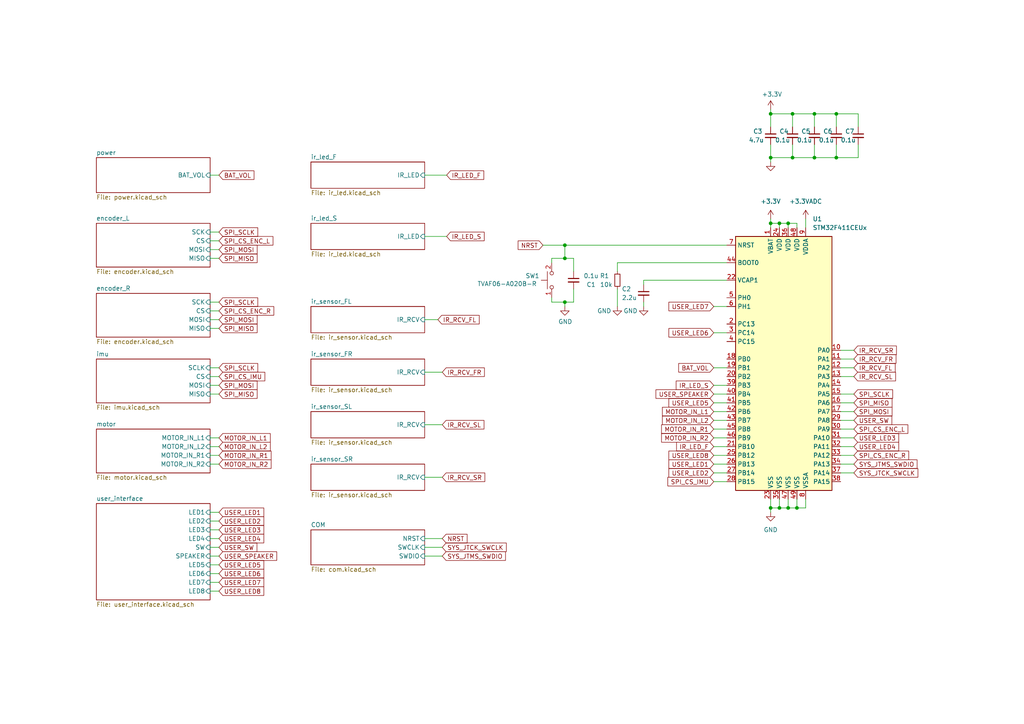
<source format=kicad_sch>
(kicad_sch (version 20231120) (generator "eeschema") (generator_version "8.0")
  (paper "A4")
  (lib_symbols
    (symbol "Device:C_Small" (pin_numbers hide) (pin_names (offset 0.254) hide)
      (property "Reference" "C" (at 0.254 1.778 0))
      (property "Value" "C_Small" (at 0.254 -2.032 0))
      (symbol "C_Small_0_1"
        (polyline (pts (xy -1.524 -0.508) (xy 1.524 -0.508)) (stroke (width 0.3302)))
        (polyline (pts (xy -1.524 0.508) (xy 1.524 0.508)) (stroke (width 0.3048)))
      )
      (symbol "C_Small_1_1"
        (pin passive line (at 0 2.54 270) (length 2.032) (name "~") (number "1"))
        (pin passive line (at 0 -2.54 90) (length 2.032) (name "~") (number "2"))
      )
    )
    (symbol "Device:R_Small" (pin_numbers hide) (pin_names (offset 0.254) hide)
      (property "Reference" "R" (at 0.762 0.508 0))
      (property "Value" "R_Small" (at 0.762 -1.016 0))
      (symbol "R_Small_0_1"
        (rectangle (start -0.762 1.778) (end 0.762 -1.778) (stroke (width 0.2032)))
      )
      (symbol "R_Small_1_1"
        (pin passive line (at 0 2.54 270) (length 0.762) (name "~") (number "1"))
        (pin passive line (at 0 -2.54 90) (length 0.762) (name "~") (number "2"))
      )
    )
    (symbol "MCU_ST_STM32F4:STM32F411CEUx"
      (property "Reference" "U" (at -15.24 36.83 0))
      (property "Value" "STM32F411CEUx" (at 7.62 36.83 0))
      (symbol "STM32F411CEUx_0_1"
        (rectangle (start -15.24 -38.1) (end 12.7 35.56) (stroke (width 0.254)) (fill (type background)))
      )
      (symbol "STM32F411CEUx_1_1"
        (pin power_in line (at -5.08 38.1 270) (length 2.54) (name "VBAT") (number "1"))
        (pin bidirectional line (at 15.24 2.54 180) (length 2.54) (name "PA0") (number "10"))
        (pin bidirectional line (at 15.24 0 180) (length 2.54) (name "PA1") (number "11"))
        (pin bidirectional line (at 15.24 -2.54 180) (length 2.54) (name "PA2") (number "12"))
        (pin bidirectional line (at 15.24 -5.08 180) (length 2.54) (name "PA3") (number "13"))
        (pin bidirectional line (at 15.24 -7.62 180) (length 2.54) (name "PA4") (number "14"))
        (pin bidirectional line (at 15.24 -10.16 180) (length 2.54) (name "PA5") (number "15"))
        (pin bidirectional line (at 15.24 -12.7 180) (length 2.54) (name "PA6") (number "16"))
        (pin bidirectional line (at 15.24 -15.24 180) (length 2.54) (name "PA7") (number "17"))
        (pin bidirectional line (at -17.78 0 0) (length 2.54) (name "PB0") (number "18"))
        (pin bidirectional line (at -17.78 -2.54 0) (length 2.54) (name "PB1") (number "19"))
        (pin bidirectional line (at -17.78 10.16 0) (length 2.54) (name "PC13") (number "2"))
        (pin bidirectional line (at -17.78 -5.08 0) (length 2.54) (name "PB2") (number "20"))
        (pin bidirectional line (at -17.78 -25.4 0) (length 2.54) (name "PB10") (number "21"))
        (pin power_in line (at -17.78 22.86 0) (length 2.54) (name "VCAP1") (number "22"))
        (pin power_in line (at -5.08 -40.64 90) (length 2.54) (name "VSS") (number "23"))
        (pin power_in line (at -2.54 38.1 270) (length 2.54) (name "VDD") (number "24"))
        (pin bidirectional line (at -17.78 -27.94 0) (length 2.54) (name "PB12") (number "25"))
        (pin bidirectional line (at -17.78 -30.48 0) (length 2.54) (name "PB13") (number "26"))
        (pin bidirectional line (at -17.78 -33.02 0) (length 2.54) (name "PB14") (number "27"))
        (pin bidirectional line (at -17.78 -35.56 0) (length 2.54) (name "PB15") (number "28"))
        (pin bidirectional line (at 15.24 -17.78 180) (length 2.54) (name "PA8") (number "29"))
        (pin bidirectional line (at -17.78 7.62 0) (length 2.54) (name "PC14") (number "3"))
        (pin bidirectional line (at 15.24 -20.32 180) (length 2.54) (name "PA9") (number "30"))
        (pin bidirectional line (at 15.24 -22.86 180) (length 2.54) (name "PA10") (number "31"))
        (pin bidirectional line (at 15.24 -25.4 180) (length 2.54) (name "PA11") (number "32"))
        (pin bidirectional line (at 15.24 -27.94 180) (length 2.54) (name "PA12") (number "33"))
        (pin bidirectional line (at 15.24 -30.48 180) (length 2.54) (name "PA13") (number "34"))
        (pin power_in line (at -2.54 -40.64 90) (length 2.54) (name "VSS") (number "35"))
        (pin power_in line (at 0 38.1 270) (length 2.54) (name "VDD") (number "36"))
        (pin bidirectional line (at 15.24 -33.02 180) (length 2.54) (name "PA14") (number "37"))
        (pin bidirectional line (at 15.24 -35.56 180) (length 2.54) (name "PA15") (number "38"))
        (pin bidirectional line (at -17.78 -7.62 0) (length 2.54) (name "PB3") (number "39"))
        (pin bidirectional line (at -17.78 5.08 0) (length 2.54) (name "PC15") (number "4"))
        (pin bidirectional line (at -17.78 -10.16 0) (length 2.54) (name "PB4") (number "40"))
        (pin bidirectional line (at -17.78 -12.7 0) (length 2.54) (name "PB5") (number "41"))
        (pin bidirectional line (at -17.78 -15.24 0) (length 2.54) (name "PB6") (number "42"))
        (pin bidirectional line (at -17.78 -17.78 0) (length 2.54) (name "PB7") (number "43"))
        (pin input line (at -17.78 27.94 0) (length 2.54) (name "BOOT0") (number "44"))
        (pin bidirectional line (at -17.78 -20.32 0) (length 2.54) (name "PB8") (number "45"))
        (pin bidirectional line (at -17.78 -22.86 0) (length 2.54) (name "PB9") (number "46"))
        (pin power_in line (at 0 -40.64 90) (length 2.54) (name "VSS") (number "47"))
        (pin power_in line (at 2.54 38.1 270) (length 2.54) (name "VDD") (number "48"))
        (pin power_in line (at 2.54 -40.64 90) (length 2.54) (name "VSS") (number "49"))
        (pin input line (at -17.78 17.78 0) (length 2.54) (name "PH0") (number "5"))
        (pin input line (at -17.78 15.24 0) (length 2.54) (name "PH1") (number "6"))
        (pin input line (at -17.78 33.02 0) (length 2.54) (name "NRST") (number "7"))
        (pin power_in line (at 5.08 -40.64 90) (length 2.54) (name "VSSA") (number "8"))
        (pin power_in line (at 5.08 38.1 270) (length 2.54) (name "VDDA") (number "9"))
      )
    )
    (symbol "My_Device:SKRPACE" (pin_names (offset 1.016))
      (property "Reference" "SW" (at 0 6.35 0))
      (property "Value" "My_Device_SKRPACE" (at 0 8.89 0))
      (symbol "SKRPACE_1_1"
        (circle (center -2.032 0) (radius 0.508))
        (polyline (pts (xy 0 1.27) (xy 0 3.048)))
        (polyline (pts (xy 2.54 1.27) (xy -2.54 1.27)))
        (circle (center 2.032 0) (radius 0.508))
        (pin passive line (at -5.08 0 0) (length 2.54) (name "~") (number "1"))
        (pin passive line (at 5.08 0 180) (length 2.54) (name "~") (number "2"))
      )
    )
    (symbol "power:+3.3V" (power) (pin_names (offset 0))
      (property "Value" "+3.3V" (at 0 3.556 0))
      (symbol "+3.3V_0_1"
        (polyline (pts (xy -0.762 1.27) (xy 0 2.54)))
        (polyline (pts (xy 0 0) (xy 0 2.54)))
        (polyline (pts (xy 0 2.54) (xy 0.762 1.27)))
      )
      (symbol "+3.3V_1_1"
        (pin power_in line (at 0 0 90) (length 0) hide (name "+3.3V") (number "1"))
      )
    )
    (symbol "power:+3.3VADC" (power) (pin_names (offset 0))
      (property "Value" "+3.3VADC" (at 0 2.54 0))
      (symbol "+3.3VADC_0_0"
        (pin power_in line (at 0 0 90) (length 0) hide (name "+3.3VADC") (number "1"))
      )
      (symbol "+3.3VADC_0_1"
        (polyline (pts (xy -0.762 1.27) (xy 0 2.54)))
        (polyline (pts (xy 0 0) (xy 0 2.54)))
        (polyline (pts (xy 0 2.54) (xy 0.762 1.27)))
      )
    )
    (symbol "power:GND" (power) (pin_names (offset 0))
      (property "Value" "GND" (at 0 -3.81 0))
      (symbol "GND_0_1"
        (polyline (pts (xy 0 0) (xy 0 -1.27) (xy 1.27 -1.27) (xy 0 -2.54) (xy -1.27 -1.27) (xy 0 -1.27)))
      )
      (symbol "GND_1_1"
        (pin power_in line (at 0 0 270) (length 0) hide (name "GND") (number "1"))
      )
    )
  )
  (junction (at 223.52 147.32))
  (junction (at 231.14 147.32))
  (junction (at 229.87 45.72))
  (junction (at 229.87 33.02))
  (junction (at 226.06 64.77))
  (junction (at 236.22 45.72))
  (junction (at 236.22 33.02))
  (junction (at 223.52 45.72))
  (junction (at 163.83 71.12))
  (junction (at 228.6 64.77))
  (junction (at 163.83 87.63))
  (junction (at 242.57 33.02))
  (junction (at 163.83 74.93))
  (junction (at 223.52 64.77))
  (junction (at 226.06 147.32))
  (junction (at 228.6 147.32))
  (junction (at 242.57 45.72))
  (junction (at 223.52 33.02))
  (wire (pts (xy 243.84 106.68) (xy 247.65 106.68)))
  (wire (pts (xy 223.52 33.02) (xy 229.87 33.02)))
  (wire (pts (xy 223.52 41.91) (xy 223.52 45.72)))
  (wire (pts (xy 231.14 144.78) (xy 231.14 147.32)))
  (wire (pts (xy 163.83 87.63) (xy 166.37 87.63)))
  (wire (pts (xy 242.57 45.72) (xy 248.92 45.72)))
  (wire (pts (xy 223.52 147.32) (xy 226.06 147.32)))
  (wire (pts (xy 243.84 134.62) (xy 247.65 134.62)))
  (wire (pts (xy 123.19 107.95) (xy 128.27 107.95)))
  (wire (pts (xy 228.6 147.32) (xy 231.14 147.32)))
  (wire (pts (xy 207.01 124.46) (xy 210.82 124.46)))
  (wire (pts (xy 207.01 96.52) (xy 210.82 96.52)))
  (wire (pts (xy 60.96 168.91) (xy 63.5 168.91)))
  (wire (pts (xy 207.01 139.7) (xy 210.82 139.7)))
  (wire (pts (xy 163.83 71.12) (xy 210.82 71.12)))
  (wire (pts (xy 60.96 87.63) (xy 63.5 87.63)))
  (wire (pts (xy 231.14 147.32) (xy 233.68 147.32)))
  (wire (pts (xy 243.84 116.84) (xy 247.65 116.84)))
  (wire (pts (xy 123.19 138.43) (xy 128.27 138.43)))
  (wire (pts (xy 223.52 144.78) (xy 223.52 147.32)))
  (wire (pts (xy 163.83 87.63) (xy 163.83 88.9)))
  (wire (pts (xy 60.96 95.25) (xy 63.5 95.25)))
  (wire (pts (xy 228.6 144.78) (xy 228.6 147.32)))
  (wire (pts (xy 243.84 124.46) (xy 247.65 124.46)))
  (wire (pts (xy 223.52 64.77) (xy 226.06 64.77)))
  (wire (pts (xy 207.01 134.62) (xy 210.82 134.62)))
  (wire (pts (xy 60.96 109.22) (xy 63.5 109.22)))
  (wire (pts (xy 236.22 41.91) (xy 236.22 45.72)))
  (wire (pts (xy 163.83 74.93) (xy 160.02 74.93)))
  (wire (pts (xy 186.69 82.55) (xy 186.69 81.28)))
  (wire (pts (xy 223.52 33.02) (xy 223.52 31.75)))
  (wire (pts (xy 207.01 121.92) (xy 210.82 121.92)))
  (wire (pts (xy 233.68 144.78) (xy 233.68 147.32)))
  (wire (pts (xy 60.96 127) (xy 63.5 127)))
  (wire (pts (xy 60.96 92.71) (xy 63.5 92.71)))
  (wire (pts (xy 186.69 87.63) (xy 186.69 88.9)))
  (wire (pts (xy 207.01 127) (xy 210.82 127)))
  (wire (pts (xy 60.96 151.13) (xy 63.5 151.13)))
  (wire (pts (xy 243.84 132.08) (xy 247.65 132.08)))
  (wire (pts (xy 223.52 63.5) (xy 223.52 64.77)))
  (wire (pts (xy 60.96 166.37) (xy 63.5 166.37)))
  (wire (pts (xy 166.37 74.93) (xy 163.83 74.93)))
  (wire (pts (xy 228.6 64.77) (xy 228.6 66.04)))
  (wire (pts (xy 243.84 114.3) (xy 247.65 114.3)))
  (wire (pts (xy 60.96 156.21) (xy 63.5 156.21)))
  (wire (pts (xy 229.87 33.02) (xy 236.22 33.02)))
  (wire (pts (xy 60.96 111.76) (xy 63.5 111.76)))
  (wire (pts (xy 123.19 161.29) (xy 128.27 161.29)))
  (wire (pts (xy 207.01 88.9) (xy 210.82 88.9)))
  (wire (pts (xy 207.01 137.16) (xy 210.82 137.16)))
  (wire (pts (xy 123.19 50.8) (xy 129.54 50.8)))
  (wire (pts (xy 186.69 81.28) (xy 210.82 81.28)))
  (wire (pts (xy 243.84 119.38) (xy 247.65 119.38)))
  (wire (pts (xy 242.57 33.02) (xy 242.57 36.83)))
  (wire (pts (xy 223.52 147.32) (xy 223.52 148.59)))
  (wire (pts (xy 229.87 45.72) (xy 236.22 45.72)))
  (wire (pts (xy 60.96 74.93) (xy 63.5 74.93)))
  (wire (pts (xy 228.6 64.77) (xy 231.14 64.77)))
  (wire (pts (xy 207.01 119.38) (xy 210.82 119.38)))
  (wire (pts (xy 236.22 33.02) (xy 236.22 36.83)))
  (wire (pts (xy 223.52 33.02) (xy 223.52 36.83)))
  (wire (pts (xy 207.01 111.76) (xy 210.82 111.76)))
  (wire (pts (xy 207.01 116.84) (xy 210.82 116.84)))
  (wire (pts (xy 60.96 153.67) (xy 63.5 153.67)))
  (wire (pts (xy 157.48 71.12) (xy 163.83 71.12)))
  (wire (pts (xy 243.84 109.22) (xy 247.65 109.22)))
  (wire (pts (xy 210.82 76.2) (xy 179.07 76.2)))
  (wire (pts (xy 243.84 127) (xy 247.65 127)))
  (wire (pts (xy 243.84 101.6) (xy 247.65 101.6)))
  (wire (pts (xy 233.68 63.5) (xy 233.68 66.04)))
  (wire (pts (xy 60.96 114.3) (xy 63.5 114.3)))
  (wire (pts (xy 226.06 64.77) (xy 228.6 64.77)))
  (wire (pts (xy 60.96 134.62) (xy 63.5 134.62)))
  (wire (pts (xy 223.52 64.77) (xy 223.52 66.04)))
  (wire (pts (xy 207.01 114.3) (xy 210.82 114.3)))
  (wire (pts (xy 60.96 158.75) (xy 63.5 158.75)))
  (wire (pts (xy 179.07 83.82) (xy 179.07 88.9)))
  (wire (pts (xy 243.84 104.14) (xy 247.65 104.14)))
  (wire (pts (xy 166.37 83.82) (xy 166.37 87.63)))
  (wire (pts (xy 229.87 33.02) (xy 229.87 36.83)))
  (wire (pts (xy 123.19 158.75) (xy 128.27 158.75)))
  (wire (pts (xy 236.22 45.72) (xy 242.57 45.72)))
  (wire (pts (xy 226.06 144.78) (xy 226.06 147.32)))
  (wire (pts (xy 236.22 33.02) (xy 242.57 33.02)))
  (wire (pts (xy 123.19 156.21) (xy 128.27 156.21)))
  (wire (pts (xy 231.14 66.04) (xy 231.14 64.77)))
  (wire (pts (xy 60.96 50.8) (xy 63.5 50.8)))
  (wire (pts (xy 243.84 137.16) (xy 247.65 137.16)))
  (wire (pts (xy 60.96 106.68) (xy 63.5 106.68)))
  (wire (pts (xy 243.84 121.92) (xy 247.65 121.92)))
  (wire (pts (xy 248.92 33.02) (xy 248.92 36.83)))
  (wire (pts (xy 226.06 147.32) (xy 228.6 147.32)))
  (wire (pts (xy 60.96 163.83) (xy 63.5 163.83)))
  (wire (pts (xy 60.96 148.59) (xy 63.5 148.59)))
  (wire (pts (xy 229.87 41.91) (xy 229.87 45.72)))
  (wire (pts (xy 166.37 78.74) (xy 166.37 74.93)))
  (wire (pts (xy 123.19 92.71) (xy 127 92.71)))
  (wire (pts (xy 243.84 129.54) (xy 247.65 129.54)))
  (wire (pts (xy 60.96 132.08) (xy 63.5 132.08)))
  (wire (pts (xy 123.19 68.58) (xy 129.54 68.58)))
  (wire (pts (xy 60.96 171.45) (xy 63.5 171.45)))
  (wire (pts (xy 242.57 41.91) (xy 242.57 45.72)))
  (wire (pts (xy 163.83 71.12) (xy 163.83 74.93)))
  (wire (pts (xy 60.96 129.54) (xy 63.5 129.54)))
  (wire (pts (xy 60.96 67.31) (xy 63.5 67.31)))
  (wire (pts (xy 60.96 69.85) (xy 63.5 69.85)))
  (wire (pts (xy 160.02 87.63) (xy 163.83 87.63)))
  (wire (pts (xy 160.02 86.36) (xy 160.02 87.63)))
  (wire (pts (xy 207.01 106.68) (xy 210.82 106.68)))
  (wire (pts (xy 60.96 161.29) (xy 63.5 161.29)))
  (wire (pts (xy 60.96 72.39) (xy 63.5 72.39)))
  (wire (pts (xy 123.19 123.19) (xy 128.27 123.19)))
  (wire (pts (xy 179.07 76.2) (xy 179.07 78.74)))
  (wire (pts (xy 207.01 129.54) (xy 210.82 129.54)))
  (wire (pts (xy 223.52 45.72) (xy 229.87 45.72)))
  (wire (pts (xy 226.06 64.77) (xy 226.06 66.04)))
  (wire (pts (xy 223.52 45.72) (xy 223.52 46.99)))
  (wire (pts (xy 60.96 90.17) (xy 63.5 90.17)))
  (wire (pts (xy 248.92 41.91) (xy 248.92 45.72)))
  (wire (pts (xy 160.02 74.93) (xy 160.02 76.2)))
  (wire (pts (xy 207.01 132.08) (xy 210.82 132.08)))
  (wire (pts (xy 242.57 33.02) (xy 248.92 33.02)))
  (global_label "IR_RCV_FR" (shape input) (at 128.27 107.95 0) (property "Intersheetrefs" "${INTERSHEET_REFS}" (effects (hide yes))))
  (global_label "MOTOR_IN_L2" (shape input) (at 207.01 121.92 180) (property "Intersheetrefs" "${INTERSHEET_REFS}" (effects (hide yes))))
  (global_label "BAT_VOL" (shape input) (at 63.5 50.8 0) (property "Intersheetrefs" "${INTERSHEET_REFS}" (effects (hide yes))))
  (global_label "SPI_SCLK" (shape input) (at 63.5 87.63 0) (property "Intersheetrefs" "${INTERSHEET_REFS}" (effects (hide yes))))
  (global_label "SPI_CS_IMU" (shape input) (at 207.01 139.7 180) (property "Intersheetrefs" "${INTERSHEET_REFS}" (effects (hide yes))))
  (global_label "IR_LED_S" (shape input) (at 129.54 68.58 0) (property "Intersheetrefs" "${INTERSHEET_REFS}" (effects (hide yes))))
  (global_label "USER_LED6" (shape input) (at 207.01 96.52 180) (property "Intersheetrefs" "${INTERSHEET_REFS}" (effects (hide yes))))
  (global_label "USER_LED5" (shape input) (at 207.01 116.84 180) (property "Intersheetrefs" "${INTERSHEET_REFS}" (effects (hide yes))))
  (global_label "NRST" (shape input) (at 128.27 156.21 0) (property "Intersheetrefs" "${INTERSHEET_REFS}" (effects (hide yes))))
  (global_label "IR_RCV_FL" (shape input) (at 127 92.71 0) (property "Intersheetrefs" "${INTERSHEET_REFS}" (effects (hide yes))))
  (global_label "SPI_CS_ENC_R" (shape input) (at 63.5 90.17 0) (property "Intersheetrefs" "${INTERSHEET_REFS}" (effects (hide yes))))
  (global_label "USER_LED8" (shape input) (at 207.01 132.08 180) (property "Intersheetrefs" "${INTERSHEET_REFS}" (effects (hide yes))))
  (global_label "SPI_MISO" (shape input) (at 63.5 74.93 0) (property "Intersheetrefs" "${INTERSHEET_REFS}" (effects (hide yes))))
  (global_label "USER_LED2" (shape input) (at 63.5 151.13 0) (property "Intersheetrefs" "${INTERSHEET_REFS}" (effects (hide yes))))
  (global_label "USER_LED2" (shape input) (at 207.01 137.16 180) (property "Intersheetrefs" "${INTERSHEET_REFS}" (effects (hide yes))))
  (global_label "USER_LED6" (shape input) (at 63.5 166.37 0) (property "Intersheetrefs" "${INTERSHEET_REFS}" (effects (hide yes))))
  (global_label "MOTOR_IN_L1" (shape input) (at 63.5 127 0) (property "Intersheetrefs" "${INTERSHEET_REFS}" (effects (hide yes))))
  (global_label "SYS_JTCK_SWCLK" (shape input) (at 247.65 137.16 0) (property "Intersheetrefs" "${INTERSHEET_REFS}" (effects (hide yes))))
  (global_label "USER_LED4" (shape input) (at 247.65 129.54 0) (property "Intersheetrefs" "${INTERSHEET_REFS}" (effects (hide yes))))
  (global_label "SPI_MISO" (shape input) (at 63.5 95.25 0) (property "Intersheetrefs" "${INTERSHEET_REFS}" (effects (hide yes))))
  (global_label "USER_LED8" (shape input) (at 63.5 171.45 0) (property "Intersheetrefs" "${INTERSHEET_REFS}" (effects (hide yes))))
  (global_label "IR_RCV_SR" (shape input) (at 247.65 101.6 0) (property "Intersheetrefs" "${INTERSHEET_REFS}" (effects (hide yes))))
  (global_label "USER_SPEAKER" (shape input) (at 207.01 114.3 180) (property "Intersheetrefs" "${INTERSHEET_REFS}" (effects (hide yes))))
  (global_label "MOTOR_IN_R2" (shape input) (at 63.5 134.62 0) (property "Intersheetrefs" "${INTERSHEET_REFS}" (effects (hide yes))))
  (global_label "SPI_CS_ENC_L" (shape input) (at 63.5 69.85 0) (property "Intersheetrefs" "${INTERSHEET_REFS}" (effects (hide yes))))
  (global_label "MOTOR_IN_R2" (shape input) (at 207.01 127 180) (property "Intersheetrefs" "${INTERSHEET_REFS}" (effects (hide yes))))
  (global_label "SYS_JTMS_SWDIO" (shape input) (at 128.27 161.29 0) (property "Intersheetrefs" "${INTERSHEET_REFS}" (effects (hide yes))))
  (global_label "IR_LED_F" (shape input) (at 207.01 129.54 180) (property "Intersheetrefs" "${INTERSHEET_REFS}" (effects (hide yes))))
  (global_label "IR_LED_S" (shape input) (at 207.01 111.76 180) (property "Intersheetrefs" "${INTERSHEET_REFS}" (effects (hide yes))))
  (global_label "USER_LED1" (shape input) (at 63.5 148.59 0) (property "Intersheetrefs" "${INTERSHEET_REFS}" (effects (hide yes))))
  (global_label "MOTOR_IN_R1" (shape input) (at 63.5 132.08 0) (property "Intersheetrefs" "${INTERSHEET_REFS}" (effects (hide yes))))
  (global_label "USER_LED4" (shape input) (at 63.5 156.21 0) (property "Intersheetrefs" "${INTERSHEET_REFS}" (effects (hide yes))))
  (global_label "NRST" (shape input) (at 157.48 71.12 180) (property "Intersheetrefs" "${INTERSHEET_REFS}" (effects (hide yes))))
  (global_label "SPI_MISO" (shape input) (at 247.65 116.84 0) (property "Intersheetrefs" "${INTERSHEET_REFS}" (effects (hide yes))))
  (global_label "USER_SPEAKER" (shape input) (at 63.5 161.29 0) (property "Intersheetrefs" "${INTERSHEET_REFS}" (effects (hide yes))))
  (global_label "SYS_JTCK_SWCLK" (shape input) (at 128.27 158.75 0) (property "Intersheetrefs" "${INTERSHEET_REFS}" (effects (hide yes))))
  (global_label "MOTOR_IN_L1" (shape input) (at 207.01 119.38 180) (property "Intersheetrefs" "${INTERSHEET_REFS}" (effects (hide yes))))
  (global_label "SPI_MISO" (shape input) (at 63.5 114.3 0) (property "Intersheetrefs" "${INTERSHEET_REFS}" (effects (hide yes))))
  (global_label "SPI_CS_ENC_R" (shape input) (at 247.65 132.08 0) (property "Intersheetrefs" "${INTERSHEET_REFS}" (effects (hide yes))))
  (global_label "SPI_SCLK" (shape input) (at 247.65 114.3 0) (property "Intersheetrefs" "${INTERSHEET_REFS}" (effects (hide yes))))
  (global_label "USER_SW" (shape input) (at 247.65 121.92 0) (property "Intersheetrefs" "${INTERSHEET_REFS}" (effects (hide yes))))
  (global_label "USER_LED7" (shape input) (at 207.01 88.9 180) (property "Intersheetrefs" "${INTERSHEET_REFS}" (effects (hide yes))))
  (global_label "IR_RCV_FR" (shape input) (at 247.65 104.14 0) (property "Intersheetrefs" "${INTERSHEET_REFS}" (effects (hide yes))))
  (global_label "IR_RCV_FL" (shape input) (at 247.65 106.68 0) (property "Intersheetrefs" "${INTERSHEET_REFS}" (effects (hide yes))))
  (global_label "SPI_MOSI" (shape input) (at 63.5 92.71 0) (property "Intersheetrefs" "${INTERSHEET_REFS}" (effects (hide yes))))
  (global_label "MOTOR_IN_R1" (shape input) (at 207.01 124.46 180) (property "Intersheetrefs" "${INTERSHEET_REFS}" (effects (hide yes))))
  (global_label "USER_LED5" (shape input) (at 63.5 163.83 0) (property "Intersheetrefs" "${INTERSHEET_REFS}" (effects (hide yes))))
  (global_label "SPI_CS_ENC_L" (shape input) (at 247.65 124.46 0) (property "Intersheetrefs" "${INTERSHEET_REFS}" (effects (hide yes))))
  (global_label "USER_LED3" (shape input) (at 247.65 127 0) (property "Intersheetrefs" "${INTERSHEET_REFS}" (effects (hide yes))))
  (global_label "SPI_MOSI" (shape input) (at 247.65 119.38 0) (property "Intersheetrefs" "${INTERSHEET_REFS}" (effects (hide yes))))
  (global_label "USER_SW" (shape input) (at 63.5 158.75 0) (property "Intersheetrefs" "${INTERSHEET_REFS}" (effects (hide yes))))
  (global_label "SPI_CS_IMU" (shape input) (at 63.5 109.22 0) (property "Intersheetrefs" "${INTERSHEET_REFS}" (effects (hide yes))))
  (global_label "MOTOR_IN_L2" (shape input) (at 63.5 129.54 0) (property "Intersheetrefs" "${INTERSHEET_REFS}" (effects (hide yes))))
  (global_label "USER_LED3" (shape input) (at 63.5 153.67 0) (property "Intersheetrefs" "${INTERSHEET_REFS}" (effects (hide yes))))
  (global_label "IR_RCV_SL" (shape input) (at 247.65 109.22 0) (property "Intersheetrefs" "${INTERSHEET_REFS}" (effects (hide yes))))
  (global_label "SPI_MOSI" (shape input) (at 63.5 72.39 0) (property "Intersheetrefs" "${INTERSHEET_REFS}" (effects (hide yes))))
  (global_label "SPI_SCLK" (shape input) (at 63.5 106.68 0) (property "Intersheetrefs" "${INTERSHEET_REFS}" (effects (hide yes))))
  (global_label "IR_LED_F" (shape input) (at 129.54 50.8 0) (property "Intersheetrefs" "${INTERSHEET_REFS}" (effects (hide yes))))
  (global_label "IR_RCV_SL" (shape input) (at 128.27 123.19 0) (property "Intersheetrefs" "${INTERSHEET_REFS}" (effects (hide yes))))
  (global_label "SYS_JTMS_SWDIO" (shape input) (at 247.65 134.62 0) (property "Intersheetrefs" "${INTERSHEET_REFS}" (effects (hide yes))))
  (global_label "BAT_VOL" (shape input) (at 207.01 106.68 180) (property "Intersheetrefs" "${INTERSHEET_REFS}" (effects (hide yes))))
  (global_label "USER_LED7" (shape input) (at 63.5 168.91 0) (property "Intersheetrefs" "${INTERSHEET_REFS}" (effects (hide yes))))
  (global_label "SPI_MOSI" (shape input) (at 63.5 111.76 0) (property "Intersheetrefs" "${INTERSHEET_REFS}" (effects (hide yes))))
  (global_label "IR_RCV_SR" (shape input) (at 128.27 138.43 0) (property "Intersheetrefs" "${INTERSHEET_REFS}" (effects (hide yes))))
  (global_label "USER_LED1" (shape input) (at 207.01 134.62 180) (property "Intersheetrefs" "${INTERSHEET_REFS}" (effects (hide yes))))
  (global_label "SPI_SCLK" (shape input) (at 63.5 67.31 0) (property "Intersheetrefs" "${INTERSHEET_REFS}" (effects (hide yes))))
  (symbol (lib_id "Device:C_Small") (at 166.37 81.28 0) (unit 1)
    (property "Reference" "C1" (at 171.45 82.55 0))
    (property "Value" "0.1u" (at 171.45 80.01 0))
    (property "Footprint" "Capacitor_SMD:C_0201_0603Metric" (effects (hide yes)))
  )
  (symbol (lib_id "power:GND") (at 179.07 88.9 0) (unit 1)
    (property "Reference" "#PWR02" (effects (hide yes)))
    (property "Value" "GND" (at 175.26 90.17 0))
  )
  (symbol (lib_id "power:GND") (at 223.52 46.99 0) (unit 1)
    (property "Reference" "#PWR05" (effects (hide yes)))
    (property "Value" "GND" (effects (hide yes)))
  )
  (symbol (lib_id "Device:C_Small") (at 229.87 39.37 0) (unit 1)
    (property "Reference" "C4" (at 226.06 38.1 0) (effects (justify left)))
    (property "Value" "0.1u" (at 224.79 40.64 0) (effects (justify left)))
    (property "Footprint" "Capacitor_SMD:C_0201_0603Metric" (effects (hide yes)))
  )
  (symbol (lib_id "Device:C_Small") (at 236.22 39.37 0) (unit 1)
    (property "Reference" "C5" (at 232.41 38.1 0) (effects (justify left)))
    (property "Value" "0.1u" (at 231.14 40.64 0) (effects (justify left)))
    (property "Footprint" "Capacitor_SMD:C_0201_0603Metric" (effects (hide yes)))
  )
  (symbol (lib_id "power:GND") (at 186.69 88.9 0) (unit 1)
    (property "Reference" "#PWR03" (effects (hide yes)))
    (property "Value" "GND" (at 182.88 90.17 0))
  )
  (symbol (lib_id "power:GND") (at 223.52 148.59 0) (unit 1)
    (property "Reference" "#PWR07" (effects (hide yes)))
    (property "Value" "GND" (at 223.52 153.67 0))
  )
  (symbol (lib_id "Device:R_Small") (at 179.07 81.28 180) (unit 1)
    (property "Reference" "R1" (at 173.99 80.01 0) (effects (justify right)))
    (property "Value" "10k" (at 173.99 82.55 0) (effects (justify right)))
    (property "Footprint" "Resistor_SMD:R_0201_0603Metric" (effects (hide yes)))
  )
  (symbol (lib_id "Device:C_Small") (at 242.57 39.37 0) (unit 1)
    (property "Reference" "C6" (at 238.76 38.1 0) (effects (justify left)))
    (property "Value" "0.1u" (at 237.49 40.64 0) (effects (justify left)))
    (property "Footprint" "Capacitor_SMD:C_0201_0603Metric" (effects (hide yes)))
  )
  (symbol (lib_id "MCU_ST_STM32F4:STM32F411CEUx") (at 228.6 104.14 0) (unit 1)
    (property "Reference" "U1" (at 235.6994 63.5 0) (effects (justify left)))
    (property "Value" "STM32F411CEUx" (at 235.6994 66.04 0) (effects (justify left)))
    (property "Footprint" "Package_DFN_QFN:QFN-48-1EP_7x7mm_P0.5mm_EP5.6x5.6mm" (effects (hide yes)))
    (property "Datasheet" "http://www.st.com/st-web-ui/static/active/en/resource/technical/document/datasheet/DM00115249.pdf" (effects (hide yes)))
  )
  (symbol (lib_id "power:+3.3V") (at 223.52 63.5 0) (unit 1)
    (property "Reference" "#PWR06" (effects (hide yes)))
    (property "Value" "+3.3V" (at 223.52 58.42 0))
  )
  (symbol (lib_id "power:+3.3VADC") (at 233.68 63.5 0) (unit 1)
    (property "Reference" "#PWR?" (effects (hide yes)))
    (property "Value" "+3.3VADC" (at 233.68 58.42 0))
  )
  (symbol (lib_id "power:+3.3V") (at 223.52 31.75 0) (unit 1)
    (property "Reference" "#PWR04" (effects (hide yes)))
    (property "Value" "+3.3V" (at 223.901 27.3558 0))
  )
  (symbol (lib_id "Device:C_Small") (at 186.69 85.09 0) (unit 1)
    (property "Reference" "C2" (at 180.34 83.82 0) (effects (justify left)))
    (property "Value" "2.2u" (at 180.34 86.36 0) (effects (justify left)))
    (property "Footprint" "Capacitor_SMD:C_0402_1005Metric" (effects (hide yes)))
  )
  (symbol (lib_id "My_Device:SKRPACE") (at 160.02 81.28 90) (unit 1)
    (property "Reference" "SW1" (at 152.4 80.01 90) (effects (justify right)))
    (property "Value" "TVAF06-A020B-R" (at 138.43 82.3214 90) (effects (justify right)))
    (property "Footprint" "half_mouse_lib:TVAF06-A020B-R" (effects (hide yes)))
  )
  (symbol (lib_id "Device:C_Small") (at 248.92 39.37 0) (unit 1)
    (property "Reference" "C7" (at 245.11 38.1 0) (effects (justify left)))
    (property "Value" "0.1u" (at 243.84 40.64 0) (effects (justify left)))
    (property "Footprint" "Capacitor_SMD:C_0201_0603Metric" (effects (hide yes)))
  )
  (symbol (lib_id "Device:C_Small") (at 223.52 39.37 0) (unit 1)
    (property "Reference" "C3" (at 218.44 38.1 0) (effects (justify left)))
    (property "Value" "4.7u" (at 217.17 40.64 0) (effects (justify left)))
    (property "Footprint" "Capacitor_SMD:C_0402_1005Metric" (effects (hide yes)))
  )
  (symbol (lib_id "power:GND") (at 163.83 88.9 0) (unit 1)
    (property "Reference" "#PWR01" (effects (hide yes)))
    (property "Value" "GND" (at 163.957 93.2942 0))
  )
  (sheet (at 27.94 124.46) (size 33.02 12.7) (stroke (width 0.1524))
    (property "Sheetname" "motor" (at 27.94 123.7484 0) (effects (justify left bottom)))
    (property "Sheetfile" "motor.kicad_sch" (at 27.94 137.7446 0) (effects (justify left top)))
    (pin "MOTOR_IN_L2" input (at 60.96 129.54 0))
    (pin "MOTOR_IN_R2" input (at 60.96 134.62 0))
    (pin "MOTOR_IN_R1" input (at 60.96 132.08 0))
    (pin "MOTOR_IN_L1" input (at 60.96 127 0))
  )
  (sheet (at 90.17 104.14) (size 33.02 7.62) (stroke (width 0.1524))
    (property "Sheetname" "ir_sensor_FR" (at 90.17 103.4284 0) (effects (justify left bottom)))
    (property "Sheetfile" "ir_sensor.kicad_sch" (at 90.17 112.3446 0) (effects (justify left top)))
    (pin "IR_RCV" input (at 123.19 107.95 0))
  )
  (sheet (at 90.17 46.99) (size 33.02 7.62) (stroke (width 0.1524))
    (property "Sheetname" "ir_led_F" (at 90.17 46.2784 0) (effects (justify left bottom)))
    (property "Sheetfile" "ir_led.kicad_sch" (at 90.17 55.1946 0) (effects (justify left top)))
    (pin "IR_LED" input (at 123.19 50.8 0))
  )
  (sheet (at 90.17 153.67) (size 33.02 10.16) (stroke (width 0.1524))
    (property "Sheetname" "COM" (at 90.17 152.9584 0) (effects (justify left bottom)))
    (property "Sheetfile" "com.kicad_sch" (at 90.17 164.4146 0) (effects (justify left top)))
    (pin "NRST" input (at 123.19 156.21 0))
    (pin "SWCLK" input (at 123.19 158.75 0))
    (pin "SWDIO" input (at 123.19 161.29 0))
  )
  (sheet (at 27.94 104.14) (size 33.02 12.7) (stroke (width 0.1524))
    (property "Sheetname" "imu" (at 27.94 103.4284 0) (effects (justify left bottom)))
    (property "Sheetfile" "imu.kicad_sch" (at 27.94 117.4246 0) (effects (justify left top)))
    (pin "CS" input (at 60.96 109.22 0))
    (pin "SCLK" input (at 60.96 106.68 0))
    (pin "MOSI" input (at 60.96 111.76 0))
    (pin "MISO" input (at 60.96 114.3 0))
  )
  (sheet (at 27.94 45.72) (size 33.02 10.16) (stroke (width 0.1524))
    (property "Sheetname" "power" (at 27.94 45.0084 0) (effects (justify left bottom)))
    (property "Sheetfile" "power.kicad_sch" (at 27.94 56.4646 0) (effects (justify left top)))
    (pin "BAT_VOL" input (at 60.96 50.8 0))
  )
  (sheet (at 27.94 146.05) (size 33.02 27.94) (stroke (width 0.1524))
    (property "Sheetname" "user_interface" (at 27.94 145.3384 0) (effects (justify left bottom)))
    (property "Sheetfile" "user_interface.kicad_sch" (at 27.94 174.5746 0) (effects (justify left top)))
    (pin "LED1" input (at 60.96 148.59 0))
    (pin "LED2" input (at 60.96 151.13 0))
    (pin "LED3" input (at 60.96 153.67 0))
    (pin "LED4" input (at 60.96 156.21 0))
    (pin "SW" input (at 60.96 158.75 0))
    (pin "SPEAKER" input (at 60.96 161.29 0))
    (pin "LED5" input (at 60.96 163.83 0))
    (pin "LED6" input (at 60.96 166.37 0))
    (pin "LED7" input (at 60.96 168.91 0))
    (pin "LED8" input (at 60.96 171.45 0))
  )
  (sheet (at 90.17 134.62) (size 33.02 7.62) (stroke (width 0.1524))
    (property "Sheetname" "ir_sensor_SR" (at 90.17 133.9084 0) (effects (justify left bottom)))
    (property "Sheetfile" "ir_sensor.kicad_sch" (at 90.17 142.8246 0) (effects (justify left top)))
    (pin "IR_RCV" input (at 123.19 138.43 0))
  )
  (sheet (at 27.94 64.77) (size 33.02 12.7) (stroke (width 0.1524))
    (property "Sheetname" "encoder_L" (at 27.94 64.0584 0) (effects (justify left bottom)))
    (property "Sheetfile" "encoder.kicad_sch" (at 27.94 78.0546 0) (effects (justify left top)))
    (pin "MOSI" input (at 60.96 72.39 0))
    (pin "MISO" input (at 60.96 74.93 0))
    (pin "SCK" input (at 60.96 67.31 0))
    (pin "CS" input (at 60.96 69.85 0))
  )
  (sheet (at 90.17 119.38) (size 33.02 7.62) (stroke (width 0.1524))
    (property "Sheetname" "ir_sensor_SL" (at 90.17 118.6684 0) (effects (justify left bottom)))
    (property "Sheetfile" "ir_sensor.kicad_sch" (at 90.17 127.5846 0) (effects (justify left top)))
    (pin "IR_RCV" input (at 123.19 123.19 0))
  )
  (sheet (at 90.17 88.9) (size 33.02 7.62) (stroke (width 0.1524))
    (property "Sheetname" "ir_sensor_FL" (at 90.17 88.1884 0) (effects (justify left bottom)))
    (property "Sheetfile" "ir_sensor.kicad_sch" (at 90.17 97.1046 0) (effects (justify left top)))
    (pin "IR_RCV" input (at 123.19 92.71 0))
  )
  (sheet (at 90.17 64.77) (size 33.02 7.62) (stroke (width 0.1524))
    (property "Sheetname" "ir_led_S" (at 90.17 64.0584 0) (effects (justify left bottom)))
    (property "Sheetfile" "ir_led.kicad_sch" (at 90.17 72.9746 0) (effects (justify left top)))
    (pin "IR_LED" input (at 123.19 68.58 0))
  )
  (sheet (at 27.94 85.09) (size 33.02 12.7) (stroke (width 0.1524))
    (property "Sheetname" "encoder_R" (at 27.94 84.3784 0) (effects (justify left bottom)))
    (property "Sheetfile" "encoder.kicad_sch" (at 27.94 98.3746 0) (effects (justify left top)))
    (pin "MOSI" input (at 60.96 92.71 0))
    (pin "MISO" input (at 60.96 95.25 0))
    (pin "SCK" input (at 60.96 87.63 0))
    (pin "CS" input (at 60.96 90.17 0))
  )
)
</source>
